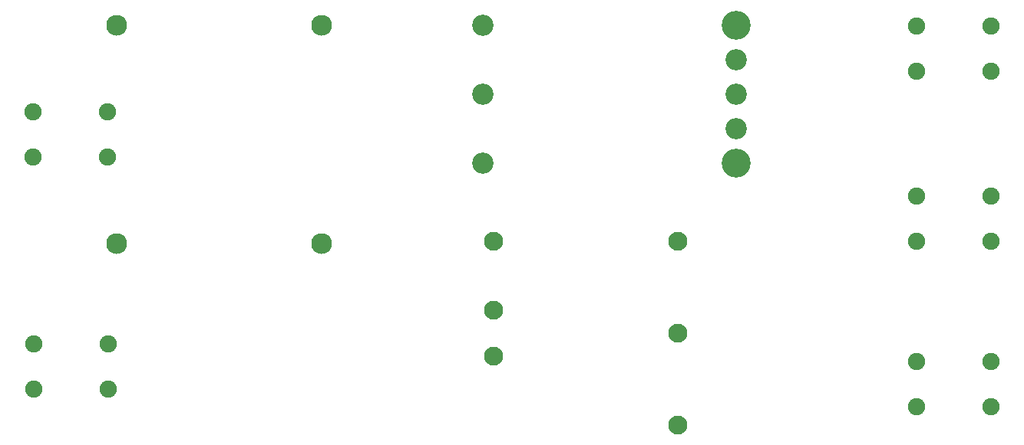
<source format=gbr>
%TF.GenerationSoftware,KiCad,Pcbnew,7.0.8*%
%TF.CreationDate,2024-04-29T16:46:22-06:00*%
%TF.ProjectId,GR-LRR-POWER-PCB-LOW-VOLTAGE,47522d4c-5252-42d5-904f-5745522d5043,rev?*%
%TF.SameCoordinates,Original*%
%TF.FileFunction,Soldermask,Bot*%
%TF.FilePolarity,Negative*%
%FSLAX46Y46*%
G04 Gerber Fmt 4.6, Leading zero omitted, Abs format (unit mm)*
G04 Created by KiCad (PCBNEW 7.0.8) date 2024-04-29 16:46:22*
%MOMM*%
%LPD*%
G01*
G04 APERTURE LIST*
%ADD10C,2.100000*%
%ADD11C,1.905000*%
%ADD12C,2.300000*%
%ADD13C,2.355000*%
%ADD14C,3.195000*%
G04 APERTURE END LIST*
D10*
%TO.C,PS2*%
X168798000Y-148888000D03*
X168798000Y-143808000D03*
X189118000Y-156508000D03*
X189118000Y-146348000D03*
X189118000Y-136188000D03*
X168798000Y-136188000D03*
%TD*%
D11*
%TO.C,J5*%
X215462001Y-154476000D03*
X223662000Y-154476000D03*
X215462001Y-149476000D03*
X223662000Y-149476000D03*
%TD*%
%TO.C,J3*%
X215462001Y-117432000D03*
X223662000Y-117432000D03*
X215462001Y-112432000D03*
X223662000Y-112432000D03*
%TD*%
D12*
%TO.C,U1*%
X127272000Y-112312000D03*
X149872000Y-112312000D03*
%TD*%
%TO.C,U2*%
X127272000Y-136442000D03*
X149872000Y-136442000D03*
%TD*%
D11*
%TO.C,J4*%
X215462001Y-136188000D03*
X223662000Y-136188000D03*
X215462001Y-131188000D03*
X223662000Y-131188000D03*
%TD*%
D13*
%TO.C,PS1*%
X167641400Y-112312000D03*
X167641400Y-119932000D03*
X167641400Y-127552000D03*
D14*
X195581400Y-127552000D03*
D13*
X195581400Y-123742000D03*
X195581400Y-119932000D03*
X195581400Y-116122000D03*
D14*
X195581400Y-112312000D03*
%TD*%
D11*
%TO.C,J2*%
X126324999Y-147516400D03*
X118125000Y-147516400D03*
X126324999Y-152516400D03*
X118125000Y-152516400D03*
%TD*%
%TO.C,J1*%
X126223200Y-121867899D03*
X118023201Y-121867899D03*
X126223200Y-126867899D03*
X118023201Y-126867899D03*
%TD*%
M02*

</source>
